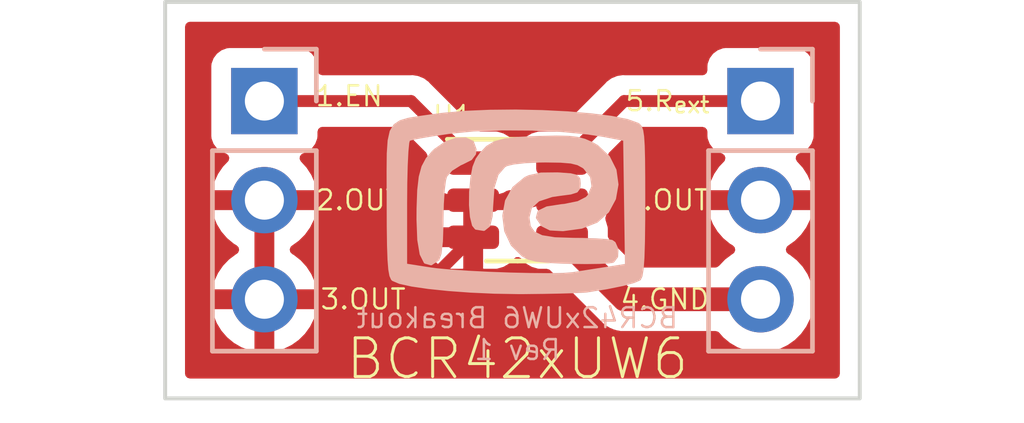
<source format=kicad_pcb>
(kicad_pcb (version 20211014) (generator pcbnew)
  (layers (0 "F.Cu" signal) (31 "B.Cu" signal) (34 "B.Paste" user) (35 "F.Paste" user) (36 "B.SilkS" user "B.Silkscreen") (37 "F.SilkS" user "F.Silkscreen") (38 "B.Mask" user) (39 "F.Mask" user) (44 "Edge.Cuts" user))
  (net 0 "")
  (net 1 "/EN")
  (net 2 "/OUT")
  (net 3 "/R_{ext}")
  (net 4 "GND")
  (footprint "Package_TO_SOT_SMD:SOT-23-6" (layer "F.Cu") (at 153.8025 71.12)
    (property "Reference" "U1")
    (property "Value" "BCR42XUW6")
    (fp_text reference "U1" (at -1.6565 -2.159) (layer "F.SilkS") (effects (font (size 0.508 0.508) (thickness 0.0635))))
    (fp_text value "BCR42XUW6")
    (fp_line (start 0 1.56) (end -0.8 1.56) (layer "F.SilkS") (width 0.12))
    (fp_line (start 0 1.56) (end 0.8 1.56) (layer "F.SilkS") (width 0.12))
    (fp_line (start 0 -1.56) (end -1.8 -1.56) (layer "F.SilkS") (width 0.12))
    (fp_line (start 0 -1.56) (end 0.8 -1.56) (layer "F.SilkS") (width 0.12))
    (pad "1" smd roundrect (at -1.1375 -0.95) (size 1.325 0.6) (layers "F.Cu" "F.Paste" "F.Mask") (net 1 "/EN"))
    (pad "2" smd roundrect (at -1.1375 0) (size 1.325 0.6) (layers "F.Cu" "F.Paste" "F.Mask") (net 2 "/OUT"))
    (pad "3" smd roundrect (at -1.1375 0.95) (size 1.325 0.6) (layers "F.Cu" "F.Paste" "F.Mask") (net 2 "/OUT"))
    (pad "4" smd roundrect (at 1.1375 0.95) (size 1.325 0.6) (layers "F.Cu" "F.Paste" "F.Mask") (net 4 "GND"))
    (pad "5" smd roundrect (at 1.1375 0) (size 1.325 0.6) (layers "F.Cu" "F.Paste" "F.Mask") (net 2 "/OUT"))
    (pad "6" smd roundrect (at 1.1375 -0.95) (size 1.325 0.6) (layers "F.Cu" "F.Paste" "F.Mask") (net 3 "/R_{ext}"))
  )
  (footprint "Connector_PinHeader_2.54mm:PinHeader_1x03_P2.54mm_Vertical" (layer "B.Cu") (at 147.32 68.58 180)
    (fp_text reference "J1" hide)
    (fp_text value "Conn_01x03_Male")
    (fp_line (start -1.33 -6.41) (end 1.33 -6.41) (layer "B.SilkS") (width 0.12))
    (fp_line (start -1.33 1.33) (end 0 1.33) (layer "B.SilkS") (width 0.12))
    (fp_line (start -1.33 -1.27) (end 1.33 -1.27) (layer "B.SilkS") (width 0.12))
    (fp_line (start -1.33 -1.27) (end -1.33 -6.41) (layer "B.SilkS") (width 0.12))
    (fp_line (start -1.33 0) (end -1.33 1.33) (layer "B.SilkS") (width 0.12))
    (fp_line (start 1.33 -1.27) (end 1.33 -6.41) (layer "B.SilkS") (width 0.12))
    (pad "1" thru_hole rect (at 0 0 180) (size 1.7 1.7) (drill 1) (layers *.Cu *.Mask) (net 1 "/EN"))
    (pad "2" thru_hole oval (at 0 -2.54 180) (size 1.7 1.7) (drill 1) (layers *.Cu *.Mask) (net 2 "/OUT"))
    (pad "3" thru_hole oval (at 0 -5.08 180) (size 1.7 1.7) (drill 1) (layers *.Cu *.Mask) (net 2 "/OUT"))
  )
  (footprint "mech:MyBasic_rounded_50_1" (layer "B.Cu") (at 153.8025 71.12 180)
    (property "Reference" "Lg?")
    (property "Value" "logo")
    (fp_text reference "Lg1" hide)
    (fp_text value "logo" hide)
    (fp_poly (pts (xy 3.304378 0.743582) (xy 3.302238 0.149924) (xy 3.302 -0.034945) (xy 3.300032 -0.675217) (xy 3.293365 -1.165453) (xy 3.280856 -1.524914) (xy 3.261361 -1.772861) (xy 3.233735 -1.928554) (xy 3.196835 -2.011252) (xy 3.183831 -2.02467) (xy 3.016596 -2.096142) (xy 2.878667 -2.126474) (xy 2.878667 -1.672748) (xy 2.878667 -0.079371) (xy 2.874611 0.441091) (xy 2.86325 0.890668) (xy 2.845795 1.244335) (xy 2.823453 1.477063) (xy 2.799275 1.563074) (xy 2.687827 1.593908) (xy 2.445552 1.640381) (xy 2.109493 1.695905) (xy 1.762108 1.747515) (xy 1.13364 1.809464) (xy 0.406051 1.837755) (xy -0.363863 1.833503) (xy -1.119308 1.797821) (xy -1.803486 1.731824) (xy -2.201333 1.669763) (xy -2.751667 1.565141) (xy -2.774634 -0.056143) (xy -2.797601 -1.677426) (xy -2.224301 -1.768198) (xy -1.888387 -1.820928) (xy -1.583576 -1.868002) (xy -1.397 -1.896091) (xy -1.156831 -1.913739) (xy -0.785475 -1.920161) (xy -0.320617 -1.916617) (xy 0.200057 -1.904364) (xy 0.738862 -1.88466) (xy 1.258112 -1.858761) (xy 1.720122 -1.827926) (xy 2.087206 -1.793412) (xy 2.2225 -1.775306) (xy 2.878667 -1.672748) (xy 2.878667 -2.126474) (xy 2.707275 -2.164166) (xy 2.283113 -2.226037) (xy 1.771356 -2.279051) (xy 1.199249 -2.320504) (xy 0.594039 -2.347692) (xy -0.017031 -2.35791) (xy -0.169333 -2.357483) (xy -0.654331 -2.35226) (xy -1.093111 -2.344201) (xy -1.451846 -2.334183) (xy -1.696708 -2.32308) (xy -1.778 -2.315816) (xy -2.284572 -2.232236) (xy -2.692361 -2.149708) (xy -2.977538 -2.073632) (xy -3.1115 -2.013674) (xy -3.148535 -1.935849) (xy -3.176694 -1.76079) (xy -3.196802 -1.473075) (xy -3.209683 -1.057284) (xy -3.216163 -0.497996) (xy -3.217333 -0.034945) (xy -3.216382 0.581401) (xy -3.212423 1.049836) (xy -3.2038 1.391776) (xy -3.188856 1.628638) (xy -3.165934 1.78184) (xy -3.133378 1.872797) (xy -3.089532 1.922927) (xy -3.064688 1.938403) (xy -2.7988 2.031821) (xy -2.393239 2.111825) (xy -1.877227 2.17717) (xy -1.279985 2.226611) (xy -0.630736 2.258901) (xy 0.041298 2.272796) (xy 0.706896 2.26705) (xy 1.336834 2.240418) (xy 1.901891 2.191654) (xy 2.140193 2.160217) (xy 2.505658 2.108577) (xy 2.785762 2.063648) (xy 2.991766 2.004153) (xy 3.134929 1.908818) (xy 3.226512 1.756368) (xy 3.277775 1.525529) (xy 3.299977 1.195025) (xy 3.304378 0.743582)) (layer "B.SilkS") (width 0.1) (fill solid))
    (fp_poly (pts (xy 1.195199 -0.12652) (xy 1.171174 -0.423519) (xy 1.119217 -0.633327) (xy 1.058333 -0.707951) (xy 0.866305 -0.738023) (xy 0.745857 -0.641621) (xy 0.687111 -0.404874) (xy 0.677333 -0.172909) (xy 0.642254 0.322588) (xy 0.534985 0.672063) (xy 0.352479 0.884069) (xy 0.288135 0.919664) (xy 0.110694 0.962599) (xy -0.184414 0.995681) (xy -0.545592 1.013942) (xy -0.712233 1.016) (xy -1.103858 1.010452) (xy -1.368654 0.98892) (xy -1.548902 0.944073) (xy -1.686886 0.868578) (xy -1.724249 0.840522) (xy -1.903246 0.611261) (xy -1.940798 0.34805) (xy -1.833614 0.10105) (xy -1.776688 0.041146) (xy -1.553794 -0.073454) (xy -1.204358 -0.144508) (xy -1.120521 -0.152644) (xy -0.756152 -0.209077) (xy -0.555352 -0.306606) (xy -0.517192 -0.446155) (xy -0.640743 -0.628647) (xy -0.641048 -0.628952) (xy -0.838147 -0.726949) (xy -1.160777 -0.744715) (xy -1.620879 -0.68286) (xy -1.637249 -0.679719) (xy -2.016998 -0.53308) (xy -2.295444 -0.281501) (xy -2.468504 0.041314) (xy -2.532099 0.401665) (xy -2.482146 0.765849) (xy -2.314565 1.100163) (xy -2.025274 1.370906) (xy -1.894472 1.444431) (xy -1.71114 1.523813) (xy -1.527711 1.574176) (xy -1.302663 1.600125) (xy -0.994472 1.606266) (xy -0.561616 1.597204) (xy -0.526509 1.596148) (xy -0.033514 1.573734) (xy 0.324435 1.533177) (xy 0.581523 1.462284) (xy 0.771932 1.348863) (xy 0.929845 1.180723) (xy 1.027625 1.041829) (xy 1.107505 0.841846) (xy 1.162582 0.550741) (xy 1.192074 0.213093) (xy 1.195199 -0.12652)) (layer "B.SilkS") (width 0.1) (fill solid))
    (fp_poly (pts (xy 0.34267 -0.401396) (xy 0.295189 -0.78495) (xy 0.130447 -1.134481) (xy -0.143839 -1.403811) (xy -0.285097 -1.477168) (xy -0.473433 -1.527105) (xy -0.744285 -1.558878) (xy -1.133089 -1.577742) (xy -1.354667 -1.583393) (xy -1.751061 -1.587691) (xy -2.089353 -1.583729) (xy -2.33113 -1.57245) (xy -2.434167 -1.556953) (xy -2.523029 -1.439885) (xy -2.531116 -1.26176) (xy -2.463306 -1.107596) (xy -2.406075 -1.067391) (xy -2.267273 -1.045378) (xy -2.003201 -1.028077) (xy -1.657907 -1.017813) (xy -1.432409 -1.016) (xy -0.950865 -1.000429) (xy -0.614329 -0.946481) (xy -0.400728 -0.843299) (xy -0.287987 -0.680028) (xy -0.254033 -0.445811) (xy -0.254 -0.436455) (xy -0.320498 -0.172492) (xy -0.525142 0.014356) (xy -0.875658 0.12968) (xy -1.077076 0.159096) (xy -1.352639 0.194937) (xy -1.499307 0.240944) (xy -1.557127 0.318745) (xy -1.566333 0.423334) (xy -1.555369 0.537732) (xy -1.497036 0.604045) (xy -1.353176 0.638834) (xy -1.085631 0.658659) (xy -1.016 0.662183) (xy -0.59972 0.658156) (xy -0.30002 0.593755) (xy -0.205721 0.551214) (xy 0.090942 0.306906) (xy 0.274163 -0.024037) (xy 0.34267 -0.401396)) (layer "B.SilkS") (width 0.1) (fill solid))
    (fp_poly (pts (xy 2.539068 -0.492399) (xy 2.519138 -1.015157) (xy 2.458339 -1.378069) (xy 2.357294 -1.579846) (xy 2.216624 -1.619203) (xy 2.048933 -1.507066) (xy 1.995682 -1.361488) (xy 1.961686 -1.054882) (xy 1.947676 -0.594537) (xy 1.947333 -0.49505) (xy 1.938764 -0.097735) (xy 1.91563 0.254593) (xy 1.88179 0.516123) (xy 1.853241 0.621876) (xy 1.709675 0.791346) (xy 1.475328 0.938435) (xy 1.429908 0.957716) (xy 1.208838 1.068214) (xy 1.114007 1.194028) (xy 1.100667 1.299315) (xy 1.164639 1.475757) (xy 1.332569 1.559333) (xy 1.568475 1.552519) (xy 1.836374 1.457795) (xy 2.100284 1.277639) (xy 2.154278 1.226745) (xy 2.30556 1.050015) (xy 2.412216 0.850203) (xy 2.481517 0.594814) (xy 2.520737 0.251351) (xy 2.537149 -0.212682) (xy 2.539068 -0.492399)) (layer "B.SilkS") (width 0.1) (fill solid))
  )
  (footprint "Connector_PinHeader_2.54mm:PinHeader_1x03_P2.54mm_Vertical" (layer "B.Cu") (at 160.02 68.58 180)
    (fp_text reference "J2" hide)
    (fp_text value "Conn_01x03_Male")
    (fp_line (start 1.33 -1.27) (end 1.33 -6.41) (layer "B.SilkS") (width 0.12))
    (fp_line (start -1.33 -1.27) (end 1.33 -1.27) (layer "B.SilkS") (width 0.12))
    (fp_line (start -1.33 1.33) (end 0 1.33) (layer "B.SilkS") (width 0.12))
    (fp_line (start -1.33 -6.41) (end 1.33 -6.41) (layer "B.SilkS") (width 0.12))
    (fp_line (start -1.33 0) (end -1.33 1.33) (layer "B.SilkS") (width 0.12))
    (fp_line (start -1.33 -1.27) (end -1.33 -6.41) (layer "B.SilkS") (width 0.12))
    (pad "1" thru_hole rect (at 0 0 180) (size 1.7 1.7) (drill 1) (layers *.Cu *.Mask) (net 3 "/R_{ext}"))
    (pad "2" thru_hole oval (at 0 -2.54 180) (size 1.7 1.7) (drill 1) (layers *.Cu *.Mask) (net 2 "/OUT"))
    (pad "3" thru_hole oval (at 0 -5.08 180) (size 1.7 1.7) (drill 1) (layers *.Cu *.Mask) (net 4 "GND"))
  )
  (gr_rect (start 144.78 66.04) (end 162.56 76.2) (layer "Edge.Cuts") (width 0.1) (fill none))
  (gr_text "BCR42xUW6 Breakout\nRev 1" (at 153.797 74.549) (layer "B.SilkS") (effects (font (size 0.508 0.508) (thickness 0.0635)) (justify mirror)))
  (gr_text "1.EN" (at 148.59 68.453) (layer "F.SilkS") (effects (font (size 0.508 0.508) (thickness 0.0635)) (justify left)))
  (gr_text "5.OUT" (at 158.75 71.12) (layer "F.SilkS") (effects (font (size 0.508 0.508) (thickness 0.0635)) (justify right)))
  (gr_text "5.R_{ext}" (at 158.75 68.58) (layer "F.SilkS") (effects (font (size 0.508 0.508) (thickness 0.0635)) (justify right)))
  (gr_text "2.OUT" (at 148.59 71.12) (layer "F.SilkS") (effects (font (size 0.508 0.508) (thickness 0.0635)) (justify left)))
  (gr_text "4.GND" (at 158.75 73.66) (layer "F.SilkS") (effects (font (size 0.508 0.508) (thickness 0.0635)) (justify right)))
  (gr_text "3.OUT" (at 148.717 73.66) (layer "F.SilkS") (effects (font (size 0.508 0.508) (thickness 0.0635)) (justify left)))
  (gr_text "BCR42xUW6" (at 153.797 75.184) (layer "F.SilkS") (effects (font (size 0.9906 0.9906) (thickness 0.0762))))
  (segment (start 147.32 68.58) (end 151.075 68.58) (width 0.3048) (layer "F.Cu") (net 1))
  (segment (start 151.075 68.58) (end 152.665 70.17) (width 0.3048) (layer "F.Cu") (net 1))
  (segment (start 147.32 73.66) (end 151.075 73.66) (width 0.3048) (layer "F.Cu") (net 2))
  (segment (start 151.075 73.66) (end 152.665 72.07) (width 0.3048) (layer "F.Cu") (net 2))
  (segment (start 160.02 68.58) (end 156.53 68.58) (width 0.3048) (layer "F.Cu") (net 3))
  (segment (start 156.53 68.58) (end 154.94 70.17) (width 0.3048) (layer "F.Cu") (net 3))
  (segment (start 156.53 73.66) (end 160.02 73.66) (width 0.6096) (layer "F.Cu") (net 4))
  (segment (start 154.94 72.07) (end 156.53 73.66) (width 0.6096) (layer "F.Cu") (net 4))
  (zone (net 2) (net_name "/OUT") (layer "F.Cu") (connect_pads (clearance 0.508)) (min_thickness 0.254) (fill yes (thermal_gap 0.508) (thermal_bridge_width 0.508))
    (polygon (pts (xy 162.56 76.2) (xy 144.78 76.2) (xy 144.78 66.04) (xy 162.56 66.04)))
  )
)
</source>
